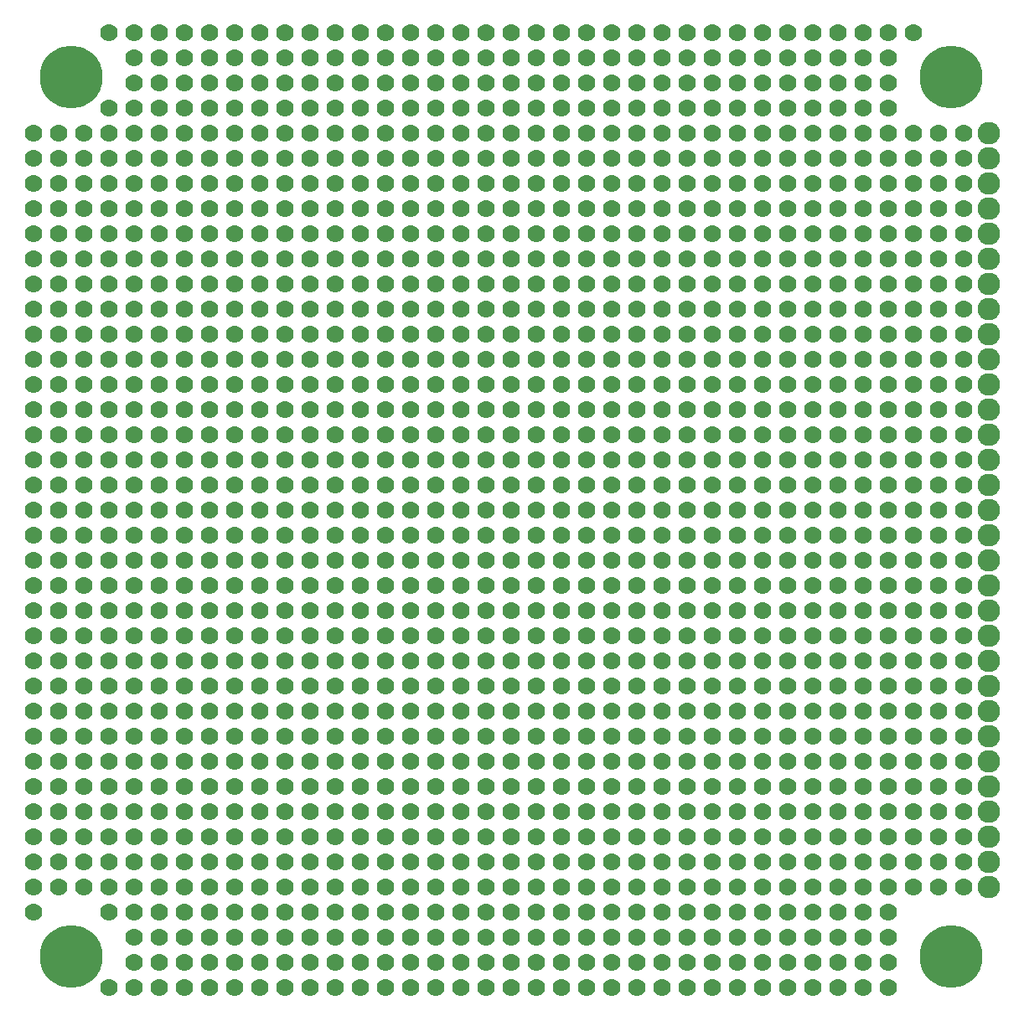
<source format=gbr>
%TF.GenerationSoftware,KiCad,Pcbnew,(6.0.1)*%
%TF.CreationDate,2023-02-05T21:43:02-08:00*%
%TF.ProjectId,Main-PcbDoc,4d61696e-2d50-4636-9244-6f632e6b6963,rev?*%
%TF.SameCoordinates,Original*%
%TF.FileFunction,Copper,L1,Top*%
%TF.FilePolarity,Positive*%
%FSLAX46Y46*%
G04 Gerber Fmt 4.6, Leading zero omitted, Abs format (unit mm)*
G04 Created by KiCad (PCBNEW (6.0.1)) date 2023-02-05 21:43:02*
%MOMM*%
%LPD*%
G01*
G04 APERTURE LIST*
%TA.AperFunction,ComponentPad*%
%ADD10C,1.778000*%
%TD*%
%TA.AperFunction,ComponentPad*%
%ADD11C,2.286000*%
%TD*%
%TA.AperFunction,ComponentPad*%
%ADD12C,6.350000*%
%TD*%
G04 APERTURE END LIST*
D10*
%TO.P,,0*%
%TO.N,N/C*%
X31750000Y41910000D03*
%TO.P,,1*%
X31750000Y39370000D03*
%TO.P,,19*%
X26670000Y41910000D03*
%TO.P,,20*%
X29210000Y41910000D03*
%TO.P,,21*%
X26670000Y39370000D03*
%TO.P,,22*%
X26670000Y36830000D03*
%TO.P,,23*%
X29210000Y39370000D03*
%TO.P,,0*%
X31750000Y49530000D03*
%TO.P,,1*%
X31750000Y46990000D03*
%TO.P,,19*%
X26670000Y49530000D03*
%TO.P,,20*%
X29210000Y49530000D03*
%TO.P,,21*%
X26670000Y46990000D03*
%TO.P,,22*%
X26670000Y44450000D03*
%TO.P,,23*%
X29210000Y46990000D03*
%TO.P,,24*%
X29210000Y44450000D03*
%TO.P,,25*%
X31750000Y44450000D03*
%TO.P,,0*%
X31750000Y57150000D03*
%TO.P,,1*%
X31750000Y54610000D03*
%TO.P,,19*%
X26670000Y57150000D03*
%TO.P,,20*%
X29210000Y57150000D03*
%TO.P,,21*%
X26670000Y54610000D03*
%TO.P,,22*%
X26670000Y52070000D03*
%TO.P,,23*%
X29210000Y54610000D03*
%TO.P,,24*%
X29210000Y52070000D03*
%TO.P,,25*%
X31750000Y52070000D03*
%TO.P,,0*%
X31750000Y64770000D03*
%TO.P,,1*%
X31750000Y62230000D03*
%TO.P,,19*%
X26670000Y64770000D03*
%TO.P,,20*%
X29210000Y64770000D03*
%TO.P,,21*%
X26670000Y62230000D03*
%TO.P,,22*%
X26670000Y59690000D03*
%TO.P,,23*%
X29210000Y62230000D03*
%TO.P,,24*%
X29210000Y59690000D03*
%TO.P,,25*%
X31750000Y59690000D03*
%TO.P,,0*%
X31750000Y72390000D03*
%TO.P,,1*%
X31750000Y69850000D03*
%TO.P,,19*%
X26670000Y72390000D03*
%TO.P,,20*%
X29210000Y72390000D03*
%TO.P,,21*%
X26670000Y69850000D03*
%TO.P,,22*%
X26670000Y67310000D03*
%TO.P,,23*%
X29210000Y69850000D03*
%TO.P,,24*%
X29210000Y67310000D03*
%TO.P,,25*%
X31750000Y67310000D03*
%TO.P,,0*%
X31750000Y80010000D03*
%TO.P,,1*%
X31750000Y77470000D03*
%TO.P,,19*%
X26670000Y80010000D03*
%TO.P,,20*%
X29210000Y80010000D03*
%TO.P,,21*%
X26670000Y77470000D03*
%TO.P,,22*%
X26670000Y74930000D03*
%TO.P,,23*%
X29210000Y77470000D03*
%TO.P,,24*%
X29210000Y74930000D03*
%TO.P,,25*%
X31750000Y74930000D03*
X31750000Y82550000D03*
%TO.P,,24*%
X29210000Y82550000D03*
%TO.P,,23*%
X29210000Y85090000D03*
%TO.P,,22*%
X26670000Y82550000D03*
%TO.P,,21*%
X26670000Y85090000D03*
%TO.P,,20*%
X29210000Y87630000D03*
%TO.P,,19*%
X26670000Y87630000D03*
%TO.P,,1*%
X31750000Y85090000D03*
%TO.P,,0*%
X31750000Y87630000D03*
%TO.P,,16*%
X34290000Y29210000D03*
X36830000Y34290000D03*
%TO.P,,17*%
X39370000Y34290000D03*
%TO.P,,18*%
X41910000Y34290000D03*
%TO.P,,19*%
X44450000Y34290000D03*
%TO.P,,20*%
X46990000Y34290000D03*
%TO.P,,21*%
X49530000Y34290000D03*
%TO.P,,22*%
X52070000Y34290000D03*
%TO.P,,15*%
X57150000Y34290000D03*
%TO.P,,14*%
X54610000Y34290000D03*
X54610000Y31750000D03*
%TO.P,,15*%
X57150000Y31750000D03*
%TO.P,,22*%
X52070000Y31750000D03*
%TO.P,,21*%
X49530000Y31750000D03*
%TO.P,,20*%
X46990000Y31750000D03*
%TO.P,,19*%
X44450000Y31750000D03*
%TO.P,,18*%
X41910000Y31750000D03*
%TO.P,,17*%
X39370000Y31750000D03*
%TO.P,,16*%
X36830000Y31750000D03*
%TO.P,,14*%
X54610000Y29210000D03*
%TO.P,,15*%
X57150000Y29210000D03*
%TO.P,,22*%
X52070000Y29210000D03*
%TO.P,,21*%
X49530000Y29210000D03*
%TO.P,,20*%
X46990000Y29210000D03*
%TO.P,,19*%
X44450000Y29210000D03*
%TO.P,,18*%
X41910000Y29210000D03*
%TO.P,,17*%
X39370000Y29210000D03*
%TO.P,,16*%
X36830000Y29210000D03*
%TO.P,,15*%
X34290000Y125730000D03*
%TO.P,,14*%
X57150000Y123190000D03*
%TO.P,,22*%
X54610000Y123190000D03*
%TO.P,,21*%
X52070000Y123190000D03*
%TO.P,,20*%
X49530000Y123190000D03*
%TO.P,,19*%
X46990000Y123190000D03*
%TO.P,,18*%
X44450000Y123190000D03*
%TO.P,,17*%
X41910000Y123190000D03*
%TO.P,,16*%
X39370000Y123190000D03*
%TO.P,,15*%
X36830000Y123190000D03*
X36830000Y125730000D03*
%TO.P,,16*%
X39370000Y125730000D03*
%TO.P,,17*%
X41910000Y125730000D03*
%TO.P,,18*%
X44450000Y125730000D03*
%TO.P,,19*%
X46990000Y125730000D03*
%TO.P,,20*%
X49530000Y125730000D03*
%TO.P,,21*%
X52070000Y125730000D03*
%TO.P,,22*%
X54610000Y125730000D03*
%TO.P,,14*%
X57150000Y125730000D03*
%TO.P,,15*%
X36830000Y120650000D03*
%TO.P,,16*%
X39370000Y120650000D03*
%TO.P,,17*%
X41910000Y120650000D03*
%TO.P,,18*%
X44450000Y120650000D03*
%TO.P,,19*%
X46990000Y120650000D03*
%TO.P,,20*%
X49530000Y120650000D03*
%TO.P,,21*%
X52070000Y120650000D03*
%TO.P,,22*%
X54610000Y120650000D03*
%TO.P,,14*%
X57150000Y120650000D03*
X102870000Y120650000D03*
%TO.P,,15*%
X105410000Y120650000D03*
%TO.P,,16*%
X107950000Y120650000D03*
%TO.P,,17*%
X110490000Y120650000D03*
%TO.P,,18*%
X113030000Y120650000D03*
%TO.P,,14*%
X80010000Y120650000D03*
%TO.P,,15*%
X82550000Y120650000D03*
%TO.P,,16*%
X85090000Y120650000D03*
%TO.P,,17*%
X87630000Y120650000D03*
%TO.P,,18*%
X90170000Y120650000D03*
%TO.P,,19*%
X92710000Y120650000D03*
%TO.P,,20*%
X95250000Y120650000D03*
%TO.P,,21*%
X97790000Y120650000D03*
%TO.P,,22*%
X100330000Y120650000D03*
X77470000Y120650000D03*
%TO.P,,21*%
X74930000Y120650000D03*
%TO.P,,20*%
X72390000Y120650000D03*
%TO.P,,19*%
X69850000Y120650000D03*
%TO.P,,18*%
X67310000Y120650000D03*
%TO.P,,17*%
X64770000Y120650000D03*
%TO.P,,16*%
X62230000Y120650000D03*
%TO.P,,15*%
X59690000Y120650000D03*
%TO.P,,14*%
X52070000Y87630000D03*
%TO.P,,15*%
X54610000Y87630000D03*
%TO.P,,16*%
X57150000Y87630000D03*
%TO.P,,22*%
X49530000Y87630000D03*
%TO.P,,21*%
X46990000Y87630000D03*
%TO.P,,20*%
X44450000Y87630000D03*
%TO.P,,19*%
X41910000Y87630000D03*
%TO.P,,18*%
X39370000Y87630000D03*
%TO.P,,17*%
X36830000Y87630000D03*
%TO.P,,16*%
X34290000Y87630000D03*
%TO.P,,14*%
X52070000Y85090000D03*
%TO.P,,15*%
X54610000Y85090000D03*
%TO.P,,16*%
X57150000Y85090000D03*
%TO.P,,22*%
X49530000Y85090000D03*
%TO.P,,21*%
X46990000Y85090000D03*
%TO.P,,20*%
X44450000Y85090000D03*
%TO.P,,19*%
X41910000Y85090000D03*
%TO.P,,18*%
X39370000Y85090000D03*
%TO.P,,17*%
X36830000Y85090000D03*
%TO.P,,16*%
X34290000Y85090000D03*
%TO.P,,14*%
X52070000Y69850000D03*
%TO.P,,15*%
X54610000Y69850000D03*
%TO.P,,16*%
X57150000Y69850000D03*
%TO.P,,22*%
X49530000Y69850000D03*
%TO.P,,21*%
X46990000Y69850000D03*
%TO.P,,20*%
X44450000Y69850000D03*
%TO.P,,19*%
X41910000Y69850000D03*
%TO.P,,18*%
X39370000Y69850000D03*
%TO.P,,17*%
X36830000Y69850000D03*
%TO.P,,16*%
X34290000Y69850000D03*
%TO.P,,14*%
X52070000Y67310000D03*
%TO.P,,15*%
X54610000Y67310000D03*
%TO.P,,16*%
X57150000Y67310000D03*
%TO.P,,22*%
X49530000Y67310000D03*
%TO.P,,21*%
X46990000Y67310000D03*
%TO.P,,20*%
X44450000Y67310000D03*
%TO.P,,19*%
X41910000Y67310000D03*
%TO.P,,18*%
X39370000Y67310000D03*
%TO.P,,17*%
X36830000Y67310000D03*
%TO.P,,16*%
X34290000Y67310000D03*
%TO.P,,26*%
X39370000Y72390000D03*
X36830000Y72390000D03*
X34290000Y72390000D03*
%TO.P,,27*%
X39370000Y74930000D03*
%TO.P,,28*%
X39370000Y77470000D03*
%TO.P,,29*%
X39370000Y80010000D03*
%TO.P,,30*%
X39370000Y82550000D03*
%TO.P,,27*%
X36830000Y74930000D03*
%TO.P,,28*%
X36830000Y77470000D03*
%TO.P,,29*%
X36830000Y80010000D03*
%TO.P,,30*%
X36830000Y82550000D03*
%TO.P,,27*%
X34290000Y74930000D03*
%TO.P,,28*%
X34290000Y77470000D03*
%TO.P,,29*%
X34290000Y80010000D03*
%TO.P,,30*%
X34290000Y82550000D03*
%TO.P,,26*%
X39370000Y54610000D03*
X36830000Y54610000D03*
X34290000Y54610000D03*
%TO.P,,27*%
X39370000Y57150000D03*
%TO.P,,28*%
X39370000Y59690000D03*
%TO.P,,29*%
X39370000Y62230000D03*
%TO.P,,30*%
X39370000Y64770000D03*
%TO.P,,27*%
X36830000Y57150000D03*
%TO.P,,28*%
X36830000Y59690000D03*
%TO.P,,29*%
X36830000Y62230000D03*
%TO.P,,30*%
X36830000Y64770000D03*
%TO.P,,27*%
X34290000Y57150000D03*
%TO.P,,28*%
X34290000Y59690000D03*
%TO.P,,29*%
X34290000Y62230000D03*
%TO.P,,30*%
X34290000Y64770000D03*
%TO.P,,26*%
X39370000Y36830000D03*
X36830000Y36830000D03*
X34290000Y36830000D03*
%TO.P,,27*%
X39370000Y39370000D03*
%TO.P,,28*%
X39370000Y41910000D03*
%TO.P,,29*%
X39370000Y44450000D03*
%TO.P,,30*%
X39370000Y46990000D03*
%TO.P,,27*%
X36830000Y39370000D03*
%TO.P,,28*%
X36830000Y41910000D03*
%TO.P,,29*%
X36830000Y44450000D03*
%TO.P,,30*%
X36830000Y46990000D03*
%TO.P,,27*%
X34290000Y39370000D03*
%TO.P,,28*%
X34290000Y41910000D03*
%TO.P,,29*%
X34290000Y44450000D03*
%TO.P,,30*%
X34290000Y46990000D03*
%TO.P,,26*%
X57150000Y36830000D03*
X54610000Y36830000D03*
X52070000Y36830000D03*
X49530000Y36830000D03*
X46990000Y36830000D03*
X44450000Y36830000D03*
X41910000Y36830000D03*
%TO.P,,27*%
X57150000Y39370000D03*
%TO.P,,28*%
X57150000Y41910000D03*
%TO.P,,29*%
X57150000Y44450000D03*
%TO.P,,30*%
X57150000Y46990000D03*
%TO.P,,27*%
X54610000Y39370000D03*
%TO.P,,28*%
X54610000Y41910000D03*
%TO.P,,29*%
X54610000Y44450000D03*
%TO.P,,30*%
X54610000Y46990000D03*
%TO.P,,27*%
X52070000Y39370000D03*
%TO.P,,28*%
X52070000Y41910000D03*
%TO.P,,29*%
X52070000Y44450000D03*
%TO.P,,30*%
X52070000Y46990000D03*
%TO.P,,27*%
X49530000Y39370000D03*
%TO.P,,28*%
X49530000Y41910000D03*
%TO.P,,29*%
X49530000Y44450000D03*
%TO.P,,30*%
X49530000Y46990000D03*
%TO.P,,27*%
X46990000Y39370000D03*
%TO.P,,28*%
X46990000Y41910000D03*
%TO.P,,29*%
X46990000Y44450000D03*
%TO.P,,30*%
X46990000Y46990000D03*
%TO.P,,27*%
X44450000Y39370000D03*
%TO.P,,28*%
X44450000Y41910000D03*
%TO.P,,29*%
X44450000Y44450000D03*
%TO.P,,30*%
X44450000Y46990000D03*
X41910000Y46990000D03*
%TO.P,,29*%
X41910000Y44450000D03*
%TO.P,,28*%
X41910000Y41910000D03*
%TO.P,,27*%
X41910000Y39370000D03*
%TO.P,,26*%
X57150000Y54610000D03*
X54610000Y54610000D03*
X52070000Y54610000D03*
X49530000Y54610000D03*
X46990000Y54610000D03*
X44450000Y54610000D03*
X41910000Y54610000D03*
%TO.P,,27*%
X57150000Y57150000D03*
%TO.P,,28*%
X57150000Y59690000D03*
%TO.P,,29*%
X57150000Y62230000D03*
%TO.P,,30*%
X57150000Y64770000D03*
%TO.P,,27*%
X54610000Y57150000D03*
%TO.P,,28*%
X54610000Y59690000D03*
%TO.P,,29*%
X54610000Y62230000D03*
%TO.P,,30*%
X54610000Y64770000D03*
%TO.P,,27*%
X52070000Y57150000D03*
%TO.P,,28*%
X52070000Y59690000D03*
%TO.P,,29*%
X52070000Y62230000D03*
%TO.P,,30*%
X52070000Y64770000D03*
%TO.P,,27*%
X49530000Y57150000D03*
%TO.P,,28*%
X49530000Y59690000D03*
%TO.P,,29*%
X49530000Y62230000D03*
%TO.P,,30*%
X49530000Y64770000D03*
%TO.P,,27*%
X46990000Y57150000D03*
%TO.P,,28*%
X46990000Y59690000D03*
%TO.P,,29*%
X46990000Y62230000D03*
%TO.P,,30*%
X46990000Y64770000D03*
%TO.P,,27*%
X44450000Y57150000D03*
%TO.P,,28*%
X44450000Y59690000D03*
%TO.P,,29*%
X44450000Y62230000D03*
%TO.P,,30*%
X44450000Y64770000D03*
X41910000Y64770000D03*
%TO.P,,29*%
X41910000Y62230000D03*
%TO.P,,28*%
X41910000Y59690000D03*
%TO.P,,27*%
X41910000Y57150000D03*
%TO.P,,26*%
X57150000Y72390000D03*
X54610000Y72390000D03*
X52070000Y72390000D03*
X49530000Y72390000D03*
X46990000Y72390000D03*
X44450000Y72390000D03*
X41910000Y72390000D03*
%TO.P,,27*%
X57150000Y74930000D03*
%TO.P,,28*%
X57150000Y77470000D03*
%TO.P,,29*%
X57150000Y80010000D03*
%TO.P,,30*%
X57150000Y82550000D03*
%TO.P,,27*%
X54610000Y74930000D03*
%TO.P,,28*%
X54610000Y77470000D03*
%TO.P,,29*%
X54610000Y80010000D03*
%TO.P,,30*%
X54610000Y82550000D03*
%TO.P,,27*%
X52070000Y74930000D03*
%TO.P,,28*%
X52070000Y77470000D03*
%TO.P,,29*%
X52070000Y80010000D03*
%TO.P,,30*%
X52070000Y82550000D03*
%TO.P,,27*%
X49530000Y74930000D03*
%TO.P,,28*%
X49530000Y77470000D03*
%TO.P,,29*%
X49530000Y80010000D03*
%TO.P,,30*%
X49530000Y82550000D03*
%TO.P,,27*%
X46990000Y74930000D03*
%TO.P,,28*%
X46990000Y77470000D03*
%TO.P,,29*%
X46990000Y80010000D03*
%TO.P,,30*%
X46990000Y82550000D03*
%TO.P,,27*%
X44450000Y74930000D03*
%TO.P,,28*%
X44450000Y77470000D03*
%TO.P,,29*%
X44450000Y80010000D03*
%TO.P,,30*%
X44450000Y82550000D03*
X41910000Y82550000D03*
%TO.P,,29*%
X41910000Y80010000D03*
%TO.P,,28*%
X41910000Y77470000D03*
%TO.P,,27*%
X41910000Y74930000D03*
%TO.P,,26*%
X57150000Y90170000D03*
X54610000Y90170000D03*
X52070000Y90170000D03*
X49530000Y90170000D03*
X46990000Y90170000D03*
X44450000Y90170000D03*
%TO.P,,27*%
X57150000Y92710000D03*
%TO.P,,28*%
X57150000Y95250000D03*
%TO.P,,29*%
X57150000Y97790000D03*
%TO.P,,30*%
X57150000Y100330000D03*
%TO.P,,27*%
X54610000Y92710000D03*
%TO.P,,28*%
X54610000Y95250000D03*
%TO.P,,29*%
X54610000Y97790000D03*
%TO.P,,30*%
X54610000Y100330000D03*
%TO.P,,27*%
X52070000Y92710000D03*
%TO.P,,28*%
X52070000Y95250000D03*
%TO.P,,29*%
X52070000Y97790000D03*
%TO.P,,30*%
X52070000Y100330000D03*
%TO.P,,27*%
X49530000Y92710000D03*
%TO.P,,28*%
X49530000Y95250000D03*
%TO.P,,29*%
X49530000Y97790000D03*
%TO.P,,30*%
X49530000Y100330000D03*
%TO.P,,27*%
X46990000Y92710000D03*
%TO.P,,28*%
X46990000Y95250000D03*
%TO.P,,29*%
X46990000Y97790000D03*
%TO.P,,30*%
X46990000Y100330000D03*
%TO.P,,27*%
X44450000Y92710000D03*
%TO.P,,28*%
X44450000Y95250000D03*
%TO.P,,29*%
X44450000Y97790000D03*
%TO.P,,30*%
X44450000Y100330000D03*
%TO.P,,26*%
X57150000Y107950000D03*
X54610000Y107950000D03*
X52070000Y107950000D03*
X49530000Y107950000D03*
X46990000Y107950000D03*
X44450000Y107950000D03*
%TO.P,,27*%
X57150000Y110490000D03*
%TO.P,,28*%
X57150000Y113030000D03*
%TO.P,,29*%
X57150000Y115570000D03*
%TO.P,,30*%
X57150000Y118110000D03*
%TO.P,,27*%
X54610000Y110490000D03*
%TO.P,,28*%
X54610000Y113030000D03*
%TO.P,,29*%
X54610000Y115570000D03*
%TO.P,,30*%
X54610000Y118110000D03*
%TO.P,,27*%
X52070000Y110490000D03*
%TO.P,,28*%
X52070000Y113030000D03*
%TO.P,,29*%
X52070000Y115570000D03*
%TO.P,,30*%
X52070000Y118110000D03*
%TO.P,,27*%
X49530000Y110490000D03*
%TO.P,,28*%
X49530000Y113030000D03*
%TO.P,,29*%
X49530000Y115570000D03*
%TO.P,,30*%
X49530000Y118110000D03*
%TO.P,,27*%
X46990000Y110490000D03*
%TO.P,,28*%
X46990000Y113030000D03*
%TO.P,,29*%
X46990000Y115570000D03*
%TO.P,,30*%
X46990000Y118110000D03*
%TO.P,,27*%
X44450000Y110490000D03*
%TO.P,,28*%
X44450000Y113030000D03*
%TO.P,,29*%
X44450000Y115570000D03*
%TO.P,,30*%
X44450000Y118110000D03*
D11*
%TO.P,,36*%
X123190000Y39370000D03*
D10*
%TO.P,,35*%
X120650000Y39370000D03*
%TO.P,,34*%
X118110000Y39370000D03*
X118110000Y41910000D03*
%TO.P,,35*%
X120650000Y41910000D03*
D11*
%TO.P,,36*%
X123190000Y41910000D03*
D10*
%TO.P,,34*%
X118110000Y44450000D03*
%TO.P,,35*%
X120650000Y44450000D03*
D11*
%TO.P,,36*%
X123190000Y44450000D03*
D10*
%TO.P,,34*%
X118110000Y46990000D03*
%TO.P,,35*%
X120650000Y46990000D03*
D11*
%TO.P,,36*%
X123190000Y46990000D03*
D10*
%TO.P,,16*%
X59690000Y29210000D03*
%TO.P,,17*%
X62230000Y29210000D03*
%TO.P,,18*%
X64770000Y29210000D03*
%TO.P,,19*%
X67310000Y29210000D03*
%TO.P,,20*%
X69850000Y29210000D03*
%TO.P,,21*%
X72390000Y29210000D03*
%TO.P,,22*%
X74930000Y29210000D03*
X97790000Y29210000D03*
%TO.P,,21*%
X95250000Y29210000D03*
%TO.P,,20*%
X92710000Y29210000D03*
%TO.P,,19*%
X90170000Y29210000D03*
%TO.P,,18*%
X87630000Y29210000D03*
%TO.P,,17*%
X85090000Y29210000D03*
%TO.P,,16*%
X82550000Y29210000D03*
%TO.P,,15*%
X80010000Y29210000D03*
%TO.P,,14*%
X77470000Y29210000D03*
%TO.P,,19*%
X113030000Y29210000D03*
%TO.P,,18*%
X110490000Y29210000D03*
%TO.P,,17*%
X107950000Y29210000D03*
%TO.P,,16*%
X105410000Y29210000D03*
%TO.P,,15*%
X102870000Y29210000D03*
%TO.P,,14*%
X100330000Y29210000D03*
%TO.P,,16*%
X59690000Y31750000D03*
%TO.P,,17*%
X62230000Y31750000D03*
%TO.P,,18*%
X64770000Y31750000D03*
%TO.P,,19*%
X67310000Y31750000D03*
%TO.P,,20*%
X69850000Y31750000D03*
%TO.P,,21*%
X72390000Y31750000D03*
%TO.P,,22*%
X74930000Y31750000D03*
X97790000Y31750000D03*
%TO.P,,21*%
X95250000Y31750000D03*
%TO.P,,20*%
X92710000Y31750000D03*
%TO.P,,19*%
X90170000Y31750000D03*
%TO.P,,18*%
X87630000Y31750000D03*
%TO.P,,17*%
X85090000Y31750000D03*
%TO.P,,16*%
X82550000Y31750000D03*
%TO.P,,15*%
X80010000Y31750000D03*
%TO.P,,14*%
X77470000Y31750000D03*
%TO.P,,19*%
X113030000Y31750000D03*
%TO.P,,18*%
X110490000Y31750000D03*
%TO.P,,17*%
X107950000Y31750000D03*
%TO.P,,16*%
X105410000Y31750000D03*
%TO.P,,15*%
X102870000Y31750000D03*
%TO.P,,14*%
X100330000Y31750000D03*
%TO.P,,26*%
X113030000Y72390000D03*
%TO.P,,27*%
X113030000Y74930000D03*
%TO.P,,28*%
X113030000Y77470000D03*
%TO.P,,29*%
X113030000Y80010000D03*
%TO.P,,30*%
X113030000Y82550000D03*
%TO.P,,26*%
X110490000Y72390000D03*
%TO.P,,27*%
X110490000Y74930000D03*
%TO.P,,28*%
X110490000Y77470000D03*
%TO.P,,29*%
X110490000Y80010000D03*
%TO.P,,30*%
X110490000Y82550000D03*
%TO.P,,26*%
X107950000Y72390000D03*
%TO.P,,27*%
X107950000Y74930000D03*
%TO.P,,28*%
X107950000Y77470000D03*
%TO.P,,29*%
X107950000Y80010000D03*
%TO.P,,30*%
X107950000Y82550000D03*
%TO.P,,26*%
X105410000Y72390000D03*
%TO.P,,27*%
X105410000Y74930000D03*
%TO.P,,28*%
X105410000Y77470000D03*
%TO.P,,29*%
X105410000Y80010000D03*
%TO.P,,30*%
X105410000Y82550000D03*
%TO.P,,26*%
X102870000Y72390000D03*
%TO.P,,27*%
X102870000Y74930000D03*
%TO.P,,28*%
X102870000Y77470000D03*
%TO.P,,29*%
X102870000Y80010000D03*
%TO.P,,30*%
X102870000Y82550000D03*
%TO.P,,26*%
X100330000Y72390000D03*
%TO.P,,27*%
X100330000Y74930000D03*
%TO.P,,28*%
X100330000Y77470000D03*
%TO.P,,29*%
X100330000Y80010000D03*
%TO.P,,30*%
X100330000Y82550000D03*
%TO.P,,26*%
X97790000Y72390000D03*
%TO.P,,27*%
X97790000Y74930000D03*
%TO.P,,28*%
X97790000Y77470000D03*
%TO.P,,29*%
X97790000Y80010000D03*
%TO.P,,30*%
X97790000Y82550000D03*
%TO.P,,26*%
X95250000Y72390000D03*
%TO.P,,27*%
X95250000Y74930000D03*
%TO.P,,28*%
X95250000Y77470000D03*
%TO.P,,29*%
X95250000Y80010000D03*
%TO.P,,30*%
X95250000Y82550000D03*
%TO.P,,26*%
X92710000Y72390000D03*
%TO.P,,27*%
X92710000Y74930000D03*
%TO.P,,28*%
X92710000Y77470000D03*
%TO.P,,29*%
X92710000Y80010000D03*
%TO.P,,30*%
X92710000Y82550000D03*
%TO.P,,26*%
X90170000Y72390000D03*
%TO.P,,27*%
X90170000Y74930000D03*
%TO.P,,28*%
X90170000Y77470000D03*
%TO.P,,29*%
X90170000Y80010000D03*
%TO.P,,30*%
X90170000Y82550000D03*
%TO.P,,26*%
X87630000Y72390000D03*
%TO.P,,27*%
X87630000Y74930000D03*
%TO.P,,28*%
X87630000Y77470000D03*
%TO.P,,29*%
X87630000Y80010000D03*
%TO.P,,30*%
X87630000Y82550000D03*
%TO.P,,26*%
X85090000Y72390000D03*
%TO.P,,27*%
X85090000Y74930000D03*
%TO.P,,28*%
X85090000Y77470000D03*
%TO.P,,29*%
X85090000Y80010000D03*
%TO.P,,30*%
X85090000Y82550000D03*
%TO.P,,26*%
X82550000Y72390000D03*
%TO.P,,27*%
X82550000Y74930000D03*
%TO.P,,28*%
X82550000Y77470000D03*
%TO.P,,29*%
X82550000Y80010000D03*
%TO.P,,30*%
X82550000Y82550000D03*
%TO.P,,26*%
X80010000Y72390000D03*
%TO.P,,27*%
X80010000Y74930000D03*
%TO.P,,28*%
X80010000Y77470000D03*
%TO.P,,29*%
X80010000Y80010000D03*
%TO.P,,30*%
X80010000Y82550000D03*
%TO.P,,26*%
X77470000Y72390000D03*
%TO.P,,27*%
X77470000Y74930000D03*
%TO.P,,28*%
X77470000Y77470000D03*
%TO.P,,29*%
X77470000Y80010000D03*
%TO.P,,30*%
X77470000Y82550000D03*
%TO.P,,26*%
X74930000Y72390000D03*
%TO.P,,27*%
X74930000Y74930000D03*
%TO.P,,28*%
X74930000Y77470000D03*
%TO.P,,29*%
X74930000Y80010000D03*
%TO.P,,30*%
X74930000Y82550000D03*
%TO.P,,26*%
X72390000Y72390000D03*
%TO.P,,27*%
X72390000Y74930000D03*
%TO.P,,28*%
X72390000Y77470000D03*
%TO.P,,29*%
X72390000Y80010000D03*
%TO.P,,30*%
X72390000Y82550000D03*
%TO.P,,26*%
X69850000Y72390000D03*
%TO.P,,27*%
X69850000Y74930000D03*
%TO.P,,28*%
X69850000Y77470000D03*
%TO.P,,29*%
X69850000Y80010000D03*
%TO.P,,30*%
X69850000Y82550000D03*
%TO.P,,26*%
X67310000Y72390000D03*
%TO.P,,27*%
X67310000Y74930000D03*
%TO.P,,28*%
X67310000Y77470000D03*
%TO.P,,29*%
X67310000Y80010000D03*
%TO.P,,30*%
X67310000Y82550000D03*
%TO.P,,26*%
X64770000Y72390000D03*
%TO.P,,27*%
X64770000Y74930000D03*
%TO.P,,28*%
X64770000Y77470000D03*
%TO.P,,29*%
X64770000Y80010000D03*
%TO.P,,30*%
X64770000Y82550000D03*
%TO.P,,26*%
X62230000Y72390000D03*
%TO.P,,27*%
X62230000Y74930000D03*
%TO.P,,28*%
X62230000Y77470000D03*
%TO.P,,29*%
X62230000Y80010000D03*
%TO.P,,30*%
X62230000Y82550000D03*
X59690000Y82550000D03*
%TO.P,,29*%
X59690000Y80010000D03*
%TO.P,,28*%
X59690000Y77470000D03*
%TO.P,,27*%
X59690000Y74930000D03*
%TO.P,,26*%
X59690000Y72390000D03*
D11*
%TO.P,,36*%
X123190000Y54610000D03*
D10*
%TO.P,,35*%
X120650000Y54610000D03*
%TO.P,,34*%
X118110000Y54610000D03*
D11*
%TO.P,,36*%
X123190000Y52070000D03*
D10*
%TO.P,,35*%
X120650000Y52070000D03*
%TO.P,,34*%
X118110000Y52070000D03*
D11*
%TO.P,,36*%
X123190000Y49530000D03*
D10*
%TO.P,,35*%
X120650000Y49530000D03*
%TO.P,,34*%
X118110000Y49530000D03*
D11*
%TO.P,,36*%
X123190000Y64770000D03*
D10*
%TO.P,,35*%
X120650000Y64770000D03*
%TO.P,,34*%
X118110000Y64770000D03*
D11*
%TO.P,,36*%
X123190000Y62230000D03*
D10*
%TO.P,,35*%
X120650000Y62230000D03*
%TO.P,,34*%
X118110000Y62230000D03*
D11*
%TO.P,,36*%
X123190000Y59690000D03*
D10*
%TO.P,,35*%
X120650000Y59690000D03*
%TO.P,,34*%
X118110000Y59690000D03*
D11*
%TO.P,,36*%
X123190000Y57150000D03*
D10*
%TO.P,,35*%
X120650000Y57150000D03*
%TO.P,,34*%
X118110000Y57150000D03*
D11*
%TO.P,,36*%
X123190000Y74930000D03*
D10*
%TO.P,,35*%
X120650000Y74930000D03*
%TO.P,,34*%
X118110000Y74930000D03*
D11*
%TO.P,,36*%
X123190000Y72390000D03*
D10*
%TO.P,,35*%
X120650000Y72390000D03*
%TO.P,,34*%
X118110000Y72390000D03*
D11*
%TO.P,,36*%
X123190000Y69850000D03*
D10*
%TO.P,,35*%
X120650000Y69850000D03*
%TO.P,,34*%
X118110000Y69850000D03*
D11*
%TO.P,,36*%
X123190000Y67310000D03*
D10*
%TO.P,,35*%
X120650000Y67310000D03*
%TO.P,,34*%
X118110000Y67310000D03*
D11*
%TO.P,,36*%
X123190000Y85090000D03*
D10*
%TO.P,,35*%
X120650000Y85090000D03*
%TO.P,,34*%
X118110000Y85090000D03*
D11*
%TO.P,,36*%
X123190000Y82550000D03*
D10*
%TO.P,,35*%
X120650000Y82550000D03*
%TO.P,,34*%
X118110000Y82550000D03*
D11*
%TO.P,,36*%
X123190000Y80010000D03*
D10*
%TO.P,,35*%
X120650000Y80010000D03*
%TO.P,,34*%
X118110000Y80010000D03*
D11*
%TO.P,,36*%
X123190000Y77470000D03*
D10*
%TO.P,,35*%
X120650000Y77470000D03*
%TO.P,,34*%
X118110000Y77470000D03*
D11*
%TO.P,,36*%
X123190000Y95250000D03*
D10*
%TO.P,,35*%
X120650000Y95250000D03*
%TO.P,,34*%
X118110000Y95250000D03*
D11*
%TO.P,,36*%
X123190000Y92710000D03*
D10*
%TO.P,,35*%
X120650000Y92710000D03*
%TO.P,,34*%
X118110000Y92710000D03*
D11*
%TO.P,,36*%
X123190000Y90170000D03*
D10*
%TO.P,,35*%
X120650000Y90170000D03*
%TO.P,,34*%
X118110000Y90170000D03*
D11*
%TO.P,,36*%
X123190000Y87630000D03*
D10*
%TO.P,,35*%
X120650000Y87630000D03*
%TO.P,,34*%
X118110000Y87630000D03*
X118110000Y97790000D03*
%TO.P,,35*%
X120650000Y97790000D03*
D11*
%TO.P,,36*%
X123190000Y97790000D03*
D10*
%TO.P,,34*%
X118110000Y100330000D03*
%TO.P,,35*%
X120650000Y100330000D03*
D11*
%TO.P,,36*%
X123190000Y100330000D03*
D10*
%TO.P,,34*%
X118110000Y102870000D03*
%TO.P,,35*%
X120650000Y102870000D03*
D11*
%TO.P,,36*%
X123190000Y102870000D03*
D10*
%TO.P,,34*%
X118110000Y105410000D03*
%TO.P,,35*%
X120650000Y105410000D03*
D11*
%TO.P,,36*%
X123190000Y105410000D03*
D10*
%TO.P,,34*%
X118110000Y107950000D03*
%TO.P,,35*%
X120650000Y107950000D03*
D11*
%TO.P,,36*%
X123190000Y107950000D03*
D10*
%TO.P,,34*%
X118110000Y110490000D03*
%TO.P,,35*%
X120650000Y110490000D03*
D11*
%TO.P,,36*%
X123190000Y110490000D03*
D10*
%TO.P,,34*%
X118110000Y113030000D03*
%TO.P,,35*%
X120650000Y113030000D03*
D11*
%TO.P,,36*%
X123190000Y113030000D03*
X123190000Y115570000D03*
D10*
%TO.P,,35*%
X120650000Y115570000D03*
%TO.P,,34*%
X118110000Y115570000D03*
%TO.P,,27*%
X59690000Y110490000D03*
%TO.P,,28*%
X59690000Y113030000D03*
%TO.P,,29*%
X59690000Y115570000D03*
%TO.P,,30*%
X59690000Y118110000D03*
X62230000Y118110000D03*
%TO.P,,29*%
X62230000Y115570000D03*
%TO.P,,28*%
X62230000Y113030000D03*
%TO.P,,27*%
X62230000Y110490000D03*
%TO.P,,30*%
X64770000Y118110000D03*
%TO.P,,29*%
X64770000Y115570000D03*
%TO.P,,28*%
X64770000Y113030000D03*
%TO.P,,27*%
X64770000Y110490000D03*
%TO.P,,30*%
X67310000Y118110000D03*
%TO.P,,29*%
X67310000Y115570000D03*
%TO.P,,28*%
X67310000Y113030000D03*
%TO.P,,27*%
X67310000Y110490000D03*
%TO.P,,30*%
X69850000Y118110000D03*
%TO.P,,29*%
X69850000Y115570000D03*
%TO.P,,28*%
X69850000Y113030000D03*
%TO.P,,27*%
X69850000Y110490000D03*
%TO.P,,30*%
X72390000Y118110000D03*
%TO.P,,29*%
X72390000Y115570000D03*
%TO.P,,28*%
X72390000Y113030000D03*
%TO.P,,27*%
X72390000Y110490000D03*
%TO.P,,30*%
X74930000Y118110000D03*
%TO.P,,29*%
X74930000Y115570000D03*
%TO.P,,28*%
X74930000Y113030000D03*
%TO.P,,27*%
X74930000Y110490000D03*
%TO.P,,30*%
X77470000Y118110000D03*
%TO.P,,29*%
X77470000Y115570000D03*
%TO.P,,28*%
X77470000Y113030000D03*
%TO.P,,27*%
X77470000Y110490000D03*
%TO.P,,30*%
X80010000Y118110000D03*
%TO.P,,29*%
X80010000Y115570000D03*
%TO.P,,28*%
X80010000Y113030000D03*
%TO.P,,27*%
X80010000Y110490000D03*
%TO.P,,30*%
X82550000Y118110000D03*
%TO.P,,29*%
X82550000Y115570000D03*
%TO.P,,28*%
X82550000Y113030000D03*
%TO.P,,27*%
X82550000Y110490000D03*
%TO.P,,30*%
X85090000Y118110000D03*
%TO.P,,29*%
X85090000Y115570000D03*
%TO.P,,28*%
X85090000Y113030000D03*
%TO.P,,27*%
X85090000Y110490000D03*
%TO.P,,30*%
X87630000Y118110000D03*
%TO.P,,29*%
X87630000Y115570000D03*
%TO.P,,28*%
X87630000Y113030000D03*
%TO.P,,27*%
X87630000Y110490000D03*
%TO.P,,30*%
X90170000Y118110000D03*
%TO.P,,29*%
X90170000Y115570000D03*
%TO.P,,28*%
X90170000Y113030000D03*
%TO.P,,27*%
X90170000Y110490000D03*
%TO.P,,30*%
X92710000Y118110000D03*
%TO.P,,29*%
X92710000Y115570000D03*
%TO.P,,28*%
X92710000Y113030000D03*
%TO.P,,27*%
X92710000Y110490000D03*
%TO.P,,30*%
X95250000Y118110000D03*
%TO.P,,29*%
X95250000Y115570000D03*
%TO.P,,28*%
X95250000Y113030000D03*
%TO.P,,27*%
X95250000Y110490000D03*
%TO.P,,30*%
X97790000Y118110000D03*
%TO.P,,29*%
X97790000Y115570000D03*
%TO.P,,28*%
X97790000Y113030000D03*
%TO.P,,27*%
X97790000Y110490000D03*
%TO.P,,30*%
X100330000Y118110000D03*
%TO.P,,29*%
X100330000Y115570000D03*
%TO.P,,28*%
X100330000Y113030000D03*
%TO.P,,27*%
X100330000Y110490000D03*
%TO.P,,30*%
X102870000Y118110000D03*
%TO.P,,29*%
X102870000Y115570000D03*
%TO.P,,28*%
X102870000Y113030000D03*
%TO.P,,27*%
X102870000Y110490000D03*
%TO.P,,30*%
X105410000Y118110000D03*
%TO.P,,29*%
X105410000Y115570000D03*
%TO.P,,28*%
X105410000Y113030000D03*
%TO.P,,27*%
X105410000Y110490000D03*
%TO.P,,30*%
X107950000Y118110000D03*
%TO.P,,29*%
X107950000Y115570000D03*
%TO.P,,28*%
X107950000Y113030000D03*
%TO.P,,27*%
X107950000Y110490000D03*
%TO.P,,30*%
X110490000Y118110000D03*
%TO.P,,29*%
X110490000Y115570000D03*
%TO.P,,28*%
X110490000Y113030000D03*
%TO.P,,27*%
X110490000Y110490000D03*
%TO.P,,30*%
X113030000Y118110000D03*
%TO.P,,29*%
X113030000Y115570000D03*
%TO.P,,28*%
X113030000Y113030000D03*
%TO.P,,27*%
X113030000Y110490000D03*
%TO.P,,26*%
X59690000Y107950000D03*
X62230000Y107950000D03*
X64770000Y107950000D03*
X67310000Y107950000D03*
X69850000Y107950000D03*
X72390000Y107950000D03*
X74930000Y107950000D03*
X77470000Y107950000D03*
X80010000Y107950000D03*
X82550000Y107950000D03*
X85090000Y107950000D03*
X87630000Y107950000D03*
X90170000Y107950000D03*
X92710000Y107950000D03*
X95250000Y107950000D03*
X97790000Y107950000D03*
X100330000Y107950000D03*
X102870000Y107950000D03*
X105410000Y107950000D03*
X107950000Y107950000D03*
X110490000Y107950000D03*
X113030000Y107950000D03*
X59690000Y90170000D03*
%TO.P,,27*%
X59690000Y92710000D03*
%TO.P,,28*%
X59690000Y95250000D03*
%TO.P,,29*%
X59690000Y97790000D03*
%TO.P,,30*%
X59690000Y100330000D03*
X62230000Y100330000D03*
%TO.P,,29*%
X62230000Y97790000D03*
%TO.P,,28*%
X62230000Y95250000D03*
%TO.P,,27*%
X62230000Y92710000D03*
%TO.P,,26*%
X62230000Y90170000D03*
%TO.P,,30*%
X64770000Y100330000D03*
%TO.P,,29*%
X64770000Y97790000D03*
%TO.P,,28*%
X64770000Y95250000D03*
%TO.P,,27*%
X64770000Y92710000D03*
%TO.P,,26*%
X64770000Y90170000D03*
%TO.P,,30*%
X67310000Y100330000D03*
%TO.P,,29*%
X67310000Y97790000D03*
%TO.P,,28*%
X67310000Y95250000D03*
%TO.P,,27*%
X67310000Y92710000D03*
%TO.P,,26*%
X67310000Y90170000D03*
%TO.P,,30*%
X69850000Y100330000D03*
%TO.P,,29*%
X69850000Y97790000D03*
%TO.P,,28*%
X69850000Y95250000D03*
%TO.P,,27*%
X69850000Y92710000D03*
%TO.P,,26*%
X69850000Y90170000D03*
%TO.P,,30*%
X72390000Y100330000D03*
%TO.P,,29*%
X72390000Y97790000D03*
%TO.P,,28*%
X72390000Y95250000D03*
%TO.P,,27*%
X72390000Y92710000D03*
%TO.P,,26*%
X72390000Y90170000D03*
%TO.P,,30*%
X74930000Y100330000D03*
%TO.P,,29*%
X74930000Y97790000D03*
%TO.P,,28*%
X74930000Y95250000D03*
%TO.P,,27*%
X74930000Y92710000D03*
%TO.P,,26*%
X74930000Y90170000D03*
%TO.P,,30*%
X77470000Y100330000D03*
%TO.P,,29*%
X77470000Y97790000D03*
%TO.P,,28*%
X77470000Y95250000D03*
%TO.P,,27*%
X77470000Y92710000D03*
%TO.P,,26*%
X77470000Y90170000D03*
%TO.P,,30*%
X80010000Y100330000D03*
%TO.P,,29*%
X80010000Y97790000D03*
%TO.P,,28*%
X80010000Y95250000D03*
%TO.P,,27*%
X80010000Y92710000D03*
%TO.P,,26*%
X80010000Y90170000D03*
%TO.P,,30*%
X82550000Y100330000D03*
%TO.P,,29*%
X82550000Y97790000D03*
%TO.P,,28*%
X82550000Y95250000D03*
%TO.P,,27*%
X82550000Y92710000D03*
%TO.P,,26*%
X82550000Y90170000D03*
%TO.P,,30*%
X85090000Y100330000D03*
%TO.P,,29*%
X85090000Y97790000D03*
%TO.P,,28*%
X85090000Y95250000D03*
%TO.P,,27*%
X85090000Y92710000D03*
%TO.P,,26*%
X85090000Y90170000D03*
%TO.P,,30*%
X87630000Y100330000D03*
%TO.P,,29*%
X87630000Y97790000D03*
%TO.P,,28*%
X87630000Y95250000D03*
%TO.P,,27*%
X87630000Y92710000D03*
%TO.P,,26*%
X87630000Y90170000D03*
%TO.P,,30*%
X90170000Y100330000D03*
%TO.P,,29*%
X90170000Y97790000D03*
%TO.P,,28*%
X90170000Y95250000D03*
%TO.P,,27*%
X90170000Y92710000D03*
%TO.P,,26*%
X90170000Y90170000D03*
%TO.P,,30*%
X92710000Y100330000D03*
%TO.P,,29*%
X92710000Y97790000D03*
%TO.P,,28*%
X92710000Y95250000D03*
%TO.P,,27*%
X92710000Y92710000D03*
%TO.P,,26*%
X92710000Y90170000D03*
%TO.P,,30*%
X95250000Y100330000D03*
%TO.P,,29*%
X95250000Y97790000D03*
%TO.P,,28*%
X95250000Y95250000D03*
%TO.P,,27*%
X95250000Y92710000D03*
%TO.P,,26*%
X95250000Y90170000D03*
%TO.P,,30*%
X97790000Y100330000D03*
%TO.P,,29*%
X97790000Y97790000D03*
%TO.P,,28*%
X97790000Y95250000D03*
%TO.P,,27*%
X97790000Y92710000D03*
%TO.P,,26*%
X97790000Y90170000D03*
%TO.P,,30*%
X100330000Y100330000D03*
%TO.P,,29*%
X100330000Y97790000D03*
%TO.P,,28*%
X100330000Y95250000D03*
%TO.P,,27*%
X100330000Y92710000D03*
%TO.P,,26*%
X100330000Y90170000D03*
%TO.P,,30*%
X102870000Y100330000D03*
%TO.P,,29*%
X102870000Y97790000D03*
%TO.P,,28*%
X102870000Y95250000D03*
%TO.P,,27*%
X102870000Y92710000D03*
%TO.P,,26*%
X102870000Y90170000D03*
%TO.P,,30*%
X105410000Y100330000D03*
%TO.P,,29*%
X105410000Y97790000D03*
%TO.P,,28*%
X105410000Y95250000D03*
%TO.P,,27*%
X105410000Y92710000D03*
%TO.P,,26*%
X105410000Y90170000D03*
%TO.P,,30*%
X107950000Y100330000D03*
%TO.P,,29*%
X107950000Y97790000D03*
%TO.P,,28*%
X107950000Y95250000D03*
%TO.P,,27*%
X107950000Y92710000D03*
%TO.P,,26*%
X107950000Y90170000D03*
%TO.P,,30*%
X110490000Y100330000D03*
%TO.P,,29*%
X110490000Y97790000D03*
%TO.P,,28*%
X110490000Y95250000D03*
%TO.P,,27*%
X110490000Y92710000D03*
%TO.P,,26*%
X110490000Y90170000D03*
%TO.P,,30*%
X113030000Y100330000D03*
%TO.P,,29*%
X113030000Y97790000D03*
%TO.P,,28*%
X113030000Y95250000D03*
%TO.P,,27*%
X113030000Y92710000D03*
%TO.P,,26*%
X113030000Y90170000D03*
%TO.P,,15*%
X59690000Y85090000D03*
%TO.P,,16*%
X62230000Y85090000D03*
%TO.P,,17*%
X64770000Y85090000D03*
%TO.P,,18*%
X67310000Y85090000D03*
%TO.P,,19*%
X69850000Y85090000D03*
%TO.P,,20*%
X72390000Y85090000D03*
%TO.P,,21*%
X74930000Y85090000D03*
%TO.P,,22*%
X77470000Y85090000D03*
X100330000Y85090000D03*
%TO.P,,21*%
X97790000Y85090000D03*
%TO.P,,20*%
X95250000Y85090000D03*
%TO.P,,19*%
X92710000Y85090000D03*
%TO.P,,18*%
X90170000Y85090000D03*
%TO.P,,17*%
X87630000Y85090000D03*
%TO.P,,16*%
X85090000Y85090000D03*
%TO.P,,15*%
X82550000Y85090000D03*
%TO.P,,14*%
X80010000Y85090000D03*
%TO.P,,18*%
X113030000Y85090000D03*
%TO.P,,17*%
X110490000Y85090000D03*
%TO.P,,16*%
X107950000Y85090000D03*
%TO.P,,15*%
X105410000Y85090000D03*
%TO.P,,14*%
X102870000Y85090000D03*
%TO.P,,15*%
X59690000Y87630000D03*
%TO.P,,16*%
X62230000Y87630000D03*
%TO.P,,17*%
X64770000Y87630000D03*
%TO.P,,18*%
X67310000Y87630000D03*
%TO.P,,19*%
X69850000Y87630000D03*
%TO.P,,20*%
X72390000Y87630000D03*
%TO.P,,21*%
X74930000Y87630000D03*
%TO.P,,22*%
X77470000Y87630000D03*
X100330000Y87630000D03*
%TO.P,,21*%
X97790000Y87630000D03*
%TO.P,,20*%
X95250000Y87630000D03*
%TO.P,,19*%
X92710000Y87630000D03*
%TO.P,,18*%
X90170000Y87630000D03*
%TO.P,,17*%
X87630000Y87630000D03*
%TO.P,,16*%
X85090000Y87630000D03*
%TO.P,,15*%
X82550000Y87630000D03*
%TO.P,,14*%
X80010000Y87630000D03*
%TO.P,,18*%
X113030000Y87630000D03*
%TO.P,,17*%
X110490000Y87630000D03*
%TO.P,,16*%
X107950000Y87630000D03*
%TO.P,,15*%
X105410000Y87630000D03*
%TO.P,,14*%
X102870000Y87630000D03*
%TO.P,,26*%
X59690000Y54610000D03*
%TO.P,,27*%
X59690000Y57150000D03*
%TO.P,,28*%
X59690000Y59690000D03*
%TO.P,,29*%
X59690000Y62230000D03*
%TO.P,,30*%
X59690000Y64770000D03*
X62230000Y64770000D03*
%TO.P,,29*%
X62230000Y62230000D03*
%TO.P,,28*%
X62230000Y59690000D03*
%TO.P,,27*%
X62230000Y57150000D03*
%TO.P,,26*%
X62230000Y54610000D03*
%TO.P,,30*%
X64770000Y64770000D03*
%TO.P,,29*%
X64770000Y62230000D03*
%TO.P,,28*%
X64770000Y59690000D03*
%TO.P,,27*%
X64770000Y57150000D03*
%TO.P,,26*%
X64770000Y54610000D03*
%TO.P,,30*%
X67310000Y64770000D03*
%TO.P,,29*%
X67310000Y62230000D03*
%TO.P,,28*%
X67310000Y59690000D03*
%TO.P,,27*%
X67310000Y57150000D03*
%TO.P,,26*%
X67310000Y54610000D03*
%TO.P,,30*%
X69850000Y64770000D03*
%TO.P,,29*%
X69850000Y62230000D03*
%TO.P,,28*%
X69850000Y59690000D03*
%TO.P,,27*%
X69850000Y57150000D03*
%TO.P,,26*%
X69850000Y54610000D03*
%TO.P,,30*%
X72390000Y64770000D03*
%TO.P,,29*%
X72390000Y62230000D03*
%TO.P,,28*%
X72390000Y59690000D03*
%TO.P,,27*%
X72390000Y57150000D03*
%TO.P,,26*%
X72390000Y54610000D03*
%TO.P,,30*%
X74930000Y64770000D03*
%TO.P,,29*%
X74930000Y62230000D03*
%TO.P,,28*%
X74930000Y59690000D03*
%TO.P,,27*%
X74930000Y57150000D03*
%TO.P,,26*%
X74930000Y54610000D03*
%TO.P,,30*%
X77470000Y64770000D03*
%TO.P,,29*%
X77470000Y62230000D03*
%TO.P,,28*%
X77470000Y59690000D03*
%TO.P,,27*%
X77470000Y57150000D03*
%TO.P,,26*%
X77470000Y54610000D03*
%TO.P,,30*%
X80010000Y64770000D03*
%TO.P,,29*%
X80010000Y62230000D03*
%TO.P,,28*%
X80010000Y59690000D03*
%TO.P,,27*%
X80010000Y57150000D03*
%TO.P,,26*%
X80010000Y54610000D03*
%TO.P,,30*%
X82550000Y64770000D03*
%TO.P,,29*%
X82550000Y62230000D03*
%TO.P,,28*%
X82550000Y59690000D03*
%TO.P,,27*%
X82550000Y57150000D03*
%TO.P,,26*%
X82550000Y54610000D03*
%TO.P,,30*%
X85090000Y64770000D03*
%TO.P,,29*%
X85090000Y62230000D03*
%TO.P,,28*%
X85090000Y59690000D03*
%TO.P,,27*%
X85090000Y57150000D03*
%TO.P,,26*%
X85090000Y54610000D03*
%TO.P,,30*%
X87630000Y64770000D03*
%TO.P,,29*%
X87630000Y62230000D03*
%TO.P,,28*%
X87630000Y59690000D03*
%TO.P,,27*%
X87630000Y57150000D03*
%TO.P,,26*%
X87630000Y54610000D03*
%TO.P,,30*%
X90170000Y64770000D03*
%TO.P,,29*%
X90170000Y62230000D03*
%TO.P,,28*%
X90170000Y59690000D03*
%TO.P,,27*%
X90170000Y57150000D03*
%TO.P,,26*%
X90170000Y54610000D03*
%TO.P,,30*%
X92710000Y64770000D03*
%TO.P,,29*%
X92710000Y62230000D03*
%TO.P,,28*%
X92710000Y59690000D03*
%TO.P,,27*%
X92710000Y57150000D03*
%TO.P,,26*%
X92710000Y54610000D03*
%TO.P,,30*%
X95250000Y64770000D03*
%TO.P,,29*%
X95250000Y62230000D03*
%TO.P,,28*%
X95250000Y59690000D03*
%TO.P,,27*%
X95250000Y57150000D03*
%TO.P,,26*%
X95250000Y54610000D03*
%TO.P,,30*%
X97790000Y64770000D03*
%TO.P,,29*%
X97790000Y62230000D03*
%TO.P,,28*%
X97790000Y59690000D03*
%TO.P,,27*%
X97790000Y57150000D03*
%TO.P,,26*%
X97790000Y54610000D03*
%TO.P,,30*%
X100330000Y64770000D03*
%TO.P,,29*%
X100330000Y62230000D03*
%TO.P,,28*%
X100330000Y59690000D03*
%TO.P,,27*%
X100330000Y57150000D03*
%TO.P,,26*%
X100330000Y54610000D03*
%TO.P,,30*%
X102870000Y64770000D03*
%TO.P,,29*%
X102870000Y62230000D03*
%TO.P,,28*%
X102870000Y59690000D03*
%TO.P,,27*%
X102870000Y57150000D03*
%TO.P,,26*%
X102870000Y54610000D03*
%TO.P,,30*%
X105410000Y64770000D03*
%TO.P,,29*%
X105410000Y62230000D03*
%TO.P,,28*%
X105410000Y59690000D03*
%TO.P,,27*%
X105410000Y57150000D03*
%TO.P,,26*%
X105410000Y54610000D03*
%TO.P,,30*%
X107950000Y64770000D03*
%TO.P,,29*%
X107950000Y62230000D03*
%TO.P,,28*%
X107950000Y59690000D03*
%TO.P,,27*%
X107950000Y57150000D03*
%TO.P,,26*%
X107950000Y54610000D03*
%TO.P,,30*%
X110490000Y64770000D03*
%TO.P,,29*%
X110490000Y62230000D03*
%TO.P,,28*%
X110490000Y59690000D03*
%TO.P,,27*%
X110490000Y57150000D03*
%TO.P,,26*%
X110490000Y54610000D03*
%TO.P,,30*%
X113030000Y64770000D03*
%TO.P,,29*%
X113030000Y62230000D03*
%TO.P,,28*%
X113030000Y59690000D03*
%TO.P,,27*%
X113030000Y57150000D03*
%TO.P,,26*%
X113030000Y54610000D03*
%TO.P,,15*%
X59690000Y67310000D03*
%TO.P,,16*%
X62230000Y67310000D03*
%TO.P,,17*%
X64770000Y67310000D03*
%TO.P,,18*%
X67310000Y67310000D03*
%TO.P,,19*%
X69850000Y67310000D03*
%TO.P,,20*%
X72390000Y67310000D03*
%TO.P,,21*%
X74930000Y67310000D03*
%TO.P,,22*%
X77470000Y67310000D03*
X100330000Y67310000D03*
%TO.P,,21*%
X97790000Y67310000D03*
%TO.P,,20*%
X95250000Y67310000D03*
%TO.P,,19*%
X92710000Y67310000D03*
%TO.P,,18*%
X90170000Y67310000D03*
%TO.P,,17*%
X87630000Y67310000D03*
%TO.P,,16*%
X85090000Y67310000D03*
%TO.P,,15*%
X82550000Y67310000D03*
%TO.P,,14*%
X80010000Y67310000D03*
%TO.P,,18*%
X113030000Y67310000D03*
%TO.P,,17*%
X110490000Y67310000D03*
%TO.P,,16*%
X107950000Y67310000D03*
%TO.P,,15*%
X105410000Y67310000D03*
%TO.P,,14*%
X102870000Y67310000D03*
%TO.P,,15*%
X59690000Y69850000D03*
%TO.P,,16*%
X62230000Y69850000D03*
%TO.P,,17*%
X64770000Y69850000D03*
%TO.P,,18*%
X67310000Y69850000D03*
%TO.P,,19*%
X69850000Y69850000D03*
%TO.P,,20*%
X72390000Y69850000D03*
%TO.P,,21*%
X74930000Y69850000D03*
%TO.P,,22*%
X77470000Y69850000D03*
X100330000Y69850000D03*
%TO.P,,21*%
X97790000Y69850000D03*
%TO.P,,20*%
X95250000Y69850000D03*
%TO.P,,19*%
X92710000Y69850000D03*
%TO.P,,18*%
X90170000Y69850000D03*
%TO.P,,17*%
X87630000Y69850000D03*
%TO.P,,16*%
X85090000Y69850000D03*
%TO.P,,15*%
X82550000Y69850000D03*
%TO.P,,14*%
X80010000Y69850000D03*
%TO.P,,18*%
X113030000Y69850000D03*
%TO.P,,17*%
X110490000Y69850000D03*
%TO.P,,16*%
X107950000Y69850000D03*
%TO.P,,15*%
X105410000Y69850000D03*
%TO.P,,14*%
X102870000Y69850000D03*
%TO.P,,26*%
X113030000Y36830000D03*
%TO.P,,27*%
X113030000Y39370000D03*
%TO.P,,28*%
X113030000Y41910000D03*
%TO.P,,29*%
X113030000Y44450000D03*
%TO.P,,30*%
X113030000Y46990000D03*
%TO.P,,26*%
X110490000Y36830000D03*
%TO.P,,27*%
X110490000Y39370000D03*
%TO.P,,28*%
X110490000Y41910000D03*
%TO.P,,29*%
X110490000Y44450000D03*
%TO.P,,30*%
X110490000Y46990000D03*
%TO.P,,26*%
X107950000Y36830000D03*
%TO.P,,27*%
X107950000Y39370000D03*
%TO.P,,28*%
X107950000Y41910000D03*
%TO.P,,29*%
X107950000Y44450000D03*
%TO.P,,30*%
X107950000Y46990000D03*
%TO.P,,26*%
X105410000Y36830000D03*
%TO.P,,27*%
X105410000Y39370000D03*
%TO.P,,28*%
X105410000Y41910000D03*
%TO.P,,29*%
X105410000Y44450000D03*
%TO.P,,30*%
X105410000Y46990000D03*
%TO.P,,26*%
X102870000Y36830000D03*
%TO.P,,27*%
X102870000Y39370000D03*
%TO.P,,28*%
X102870000Y41910000D03*
%TO.P,,29*%
X102870000Y44450000D03*
%TO.P,,30*%
X102870000Y46990000D03*
%TO.P,,26*%
X100330000Y36830000D03*
%TO.P,,27*%
X100330000Y39370000D03*
%TO.P,,28*%
X100330000Y41910000D03*
%TO.P,,29*%
X100330000Y44450000D03*
%TO.P,,30*%
X100330000Y46990000D03*
%TO.P,,26*%
X97790000Y36830000D03*
%TO.P,,27*%
X97790000Y39370000D03*
%TO.P,,28*%
X97790000Y41910000D03*
%TO.P,,29*%
X97790000Y44450000D03*
%TO.P,,30*%
X97790000Y46990000D03*
%TO.P,,26*%
X95250000Y36830000D03*
%TO.P,,27*%
X95250000Y39370000D03*
%TO.P,,28*%
X95250000Y41910000D03*
%TO.P,,29*%
X95250000Y44450000D03*
%TO.P,,30*%
X95250000Y46990000D03*
%TO.P,,26*%
X92710000Y36830000D03*
%TO.P,,27*%
X92710000Y39370000D03*
%TO.P,,28*%
X92710000Y41910000D03*
%TO.P,,29*%
X92710000Y44450000D03*
%TO.P,,30*%
X92710000Y46990000D03*
%TO.P,,26*%
X90170000Y36830000D03*
%TO.P,,27*%
X90170000Y39370000D03*
%TO.P,,28*%
X90170000Y41910000D03*
%TO.P,,29*%
X90170000Y44450000D03*
%TO.P,,30*%
X90170000Y46990000D03*
%TO.P,,26*%
X87630000Y36830000D03*
%TO.P,,27*%
X87630000Y39370000D03*
%TO.P,,28*%
X87630000Y41910000D03*
%TO.P,,29*%
X87630000Y44450000D03*
%TO.P,,30*%
X87630000Y46990000D03*
%TO.P,,26*%
X85090000Y36830000D03*
%TO.P,,27*%
X85090000Y39370000D03*
%TO.P,,28*%
X85090000Y41910000D03*
%TO.P,,29*%
X85090000Y44450000D03*
%TO.P,,30*%
X85090000Y46990000D03*
%TO.P,,26*%
X82550000Y36830000D03*
%TO.P,,27*%
X82550000Y39370000D03*
%TO.P,,28*%
X82550000Y41910000D03*
%TO.P,,29*%
X82550000Y44450000D03*
%TO.P,,30*%
X82550000Y46990000D03*
%TO.P,,26*%
X80010000Y36830000D03*
%TO.P,,27*%
X80010000Y39370000D03*
%TO.P,,28*%
X80010000Y41910000D03*
%TO.P,,29*%
X80010000Y44450000D03*
%TO.P,,30*%
X80010000Y46990000D03*
%TO.P,,26*%
X77470000Y36830000D03*
%TO.P,,27*%
X77470000Y39370000D03*
%TO.P,,28*%
X77470000Y41910000D03*
%TO.P,,29*%
X77470000Y44450000D03*
%TO.P,,30*%
X77470000Y46990000D03*
%TO.P,,26*%
X74930000Y36830000D03*
%TO.P,,27*%
X74930000Y39370000D03*
%TO.P,,28*%
X74930000Y41910000D03*
%TO.P,,29*%
X74930000Y44450000D03*
%TO.P,,30*%
X74930000Y46990000D03*
%TO.P,,26*%
X72390000Y36830000D03*
%TO.P,,27*%
X72390000Y39370000D03*
%TO.P,,28*%
X72390000Y41910000D03*
%TO.P,,29*%
X72390000Y44450000D03*
%TO.P,,30*%
X72390000Y46990000D03*
%TO.P,,26*%
X69850000Y36830000D03*
%TO.P,,27*%
X69850000Y39370000D03*
%TO.P,,28*%
X69850000Y41910000D03*
%TO.P,,29*%
X69850000Y44450000D03*
%TO.P,,30*%
X69850000Y46990000D03*
%TO.P,,26*%
X67310000Y36830000D03*
%TO.P,,27*%
X67310000Y39370000D03*
%TO.P,,28*%
X67310000Y41910000D03*
%TO.P,,29*%
X67310000Y44450000D03*
%TO.P,,30*%
X67310000Y46990000D03*
%TO.P,,26*%
X64770000Y36830000D03*
%TO.P,,27*%
X64770000Y39370000D03*
%TO.P,,28*%
X64770000Y41910000D03*
%TO.P,,29*%
X64770000Y44450000D03*
%TO.P,,30*%
X64770000Y46990000D03*
%TO.P,,26*%
X62230000Y36830000D03*
%TO.P,,27*%
X62230000Y39370000D03*
%TO.P,,28*%
X62230000Y41910000D03*
%TO.P,,29*%
X62230000Y44450000D03*
%TO.P,,30*%
X62230000Y46990000D03*
X59690000Y46990000D03*
%TO.P,,29*%
X59690000Y44450000D03*
%TO.P,,28*%
X59690000Y41910000D03*
%TO.P,,27*%
X59690000Y39370000D03*
%TO.P,,26*%
X59690000Y36830000D03*
%TO.P,,14*%
X102870000Y125730000D03*
%TO.P,,15*%
X105410000Y125730000D03*
%TO.P,,16*%
X107950000Y125730000D03*
%TO.P,,17*%
X110490000Y125730000D03*
%TO.P,,18*%
X113030000Y125730000D03*
%TO.P,,19*%
X115570000Y125730000D03*
%TO.P,,14*%
X80010000Y125730000D03*
%TO.P,,15*%
X82550000Y125730000D03*
%TO.P,,16*%
X85090000Y125730000D03*
%TO.P,,17*%
X87630000Y125730000D03*
%TO.P,,18*%
X90170000Y125730000D03*
%TO.P,,19*%
X92710000Y125730000D03*
%TO.P,,20*%
X95250000Y125730000D03*
%TO.P,,21*%
X97790000Y125730000D03*
%TO.P,,22*%
X100330000Y125730000D03*
X77470000Y125730000D03*
%TO.P,,21*%
X74930000Y125730000D03*
%TO.P,,20*%
X72390000Y125730000D03*
%TO.P,,19*%
X69850000Y125730000D03*
%TO.P,,18*%
X67310000Y125730000D03*
%TO.P,,17*%
X64770000Y125730000D03*
%TO.P,,16*%
X62230000Y125730000D03*
%TO.P,,15*%
X59690000Y125730000D03*
%TO.P,,14*%
X100330000Y34290000D03*
%TO.P,,15*%
X102870000Y34290000D03*
%TO.P,,16*%
X105410000Y34290000D03*
%TO.P,,17*%
X107950000Y34290000D03*
%TO.P,,18*%
X110490000Y34290000D03*
%TO.P,,19*%
X113030000Y34290000D03*
%TO.P,,14*%
X77470000Y34290000D03*
%TO.P,,15*%
X80010000Y34290000D03*
%TO.P,,16*%
X82550000Y34290000D03*
%TO.P,,17*%
X85090000Y34290000D03*
%TO.P,,18*%
X87630000Y34290000D03*
%TO.P,,19*%
X90170000Y34290000D03*
%TO.P,,20*%
X92710000Y34290000D03*
%TO.P,,21*%
X95250000Y34290000D03*
%TO.P,,22*%
X97790000Y34290000D03*
X74930000Y34290000D03*
%TO.P,,21*%
X72390000Y34290000D03*
%TO.P,,20*%
X69850000Y34290000D03*
%TO.P,,19*%
X67310000Y34290000D03*
%TO.P,,18*%
X64770000Y34290000D03*
%TO.P,,17*%
X62230000Y34290000D03*
%TO.P,,16*%
X59690000Y34290000D03*
D12*
%TO.P,,5*%
X30480000Y121285000D03*
%TO.P,,6*%
X30480000Y32385000D03*
%TO.P,,7*%
X119380000Y32385000D03*
%TO.P,,8*%
X119380000Y121285000D03*
D10*
%TO.P,,15*%
X59690000Y123190000D03*
%TO.P,,16*%
X62230000Y123190000D03*
%TO.P,,17*%
X64770000Y123190000D03*
%TO.P,,18*%
X67310000Y123190000D03*
%TO.P,,19*%
X69850000Y123190000D03*
%TO.P,,20*%
X72390000Y123190000D03*
%TO.P,,21*%
X74930000Y123190000D03*
%TO.P,,22*%
X77470000Y123190000D03*
X100330000Y123190000D03*
%TO.P,,21*%
X97790000Y123190000D03*
%TO.P,,20*%
X95250000Y123190000D03*
%TO.P,,19*%
X92710000Y123190000D03*
%TO.P,,18*%
X90170000Y123190000D03*
%TO.P,,17*%
X87630000Y123190000D03*
%TO.P,,16*%
X85090000Y123190000D03*
%TO.P,,15*%
X82550000Y123190000D03*
%TO.P,,14*%
X80010000Y123190000D03*
%TO.P,,18*%
X113030000Y123190000D03*
%TO.P,,17*%
X110490000Y123190000D03*
%TO.P,,16*%
X107950000Y123190000D03*
%TO.P,,15*%
X105410000Y123190000D03*
%TO.P,,14*%
X102870000Y123190000D03*
%TO.P,,0*%
X31750000Y102870000D03*
%TO.P,,1*%
X31750000Y100330000D03*
%TO.P,,19*%
X26670000Y102870000D03*
%TO.P,,20*%
X29210000Y102870000D03*
%TO.P,,21*%
X26670000Y100330000D03*
%TO.P,,22*%
X26670000Y97790000D03*
%TO.P,,23*%
X29210000Y100330000D03*
%TO.P,,24*%
X29210000Y97790000D03*
%TO.P,,25*%
X31750000Y97790000D03*
X31750000Y90170000D03*
%TO.P,,24*%
X29210000Y90170000D03*
%TO.P,,23*%
X29210000Y92710000D03*
%TO.P,,22*%
X26670000Y90170000D03*
%TO.P,,21*%
X26670000Y92710000D03*
%TO.P,,20*%
X29210000Y95250000D03*
%TO.P,,19*%
X26670000Y95250000D03*
%TO.P,,1*%
X31750000Y92710000D03*
%TO.P,,0*%
X31750000Y95250000D03*
%TO.P,,1*%
X31750000Y115570000D03*
%TO.P,,21*%
X26670000Y115570000D03*
%TO.P,,22*%
X26670000Y113030000D03*
%TO.P,,23*%
X29210000Y115570000D03*
%TO.P,,24*%
X29210000Y113030000D03*
%TO.P,,25*%
X31750000Y113030000D03*
X31750000Y105410000D03*
%TO.P,,24*%
X29210000Y105410000D03*
%TO.P,,23*%
X29210000Y107950000D03*
%TO.P,,22*%
X26670000Y105410000D03*
%TO.P,,21*%
X26670000Y107950000D03*
%TO.P,,20*%
X29210000Y110490000D03*
%TO.P,,19*%
X26670000Y110490000D03*
%TO.P,,1*%
X31750000Y107950000D03*
%TO.P,,0*%
X31750000Y110490000D03*
%TO.P,,30*%
X34290000Y118110000D03*
%TO.P,,29*%
X34290000Y115570000D03*
%TO.P,,28*%
X34290000Y113030000D03*
%TO.P,,27*%
X34290000Y110490000D03*
%TO.P,,30*%
X36830000Y118110000D03*
%TO.P,,29*%
X36830000Y115570000D03*
%TO.P,,28*%
X36830000Y113030000D03*
%TO.P,,27*%
X36830000Y110490000D03*
%TO.P,,30*%
X39370000Y118110000D03*
%TO.P,,29*%
X39370000Y115570000D03*
%TO.P,,28*%
X39370000Y113030000D03*
%TO.P,,27*%
X39370000Y110490000D03*
%TO.P,,30*%
X41910000Y118110000D03*
%TO.P,,29*%
X41910000Y115570000D03*
%TO.P,,28*%
X41910000Y113030000D03*
%TO.P,,27*%
X41910000Y110490000D03*
%TO.P,,26*%
X34290000Y107950000D03*
X36830000Y107950000D03*
X39370000Y107950000D03*
X41910000Y107950000D03*
%TO.P,,30*%
X34290000Y100330000D03*
%TO.P,,29*%
X34290000Y97790000D03*
%TO.P,,28*%
X34290000Y95250000D03*
%TO.P,,27*%
X34290000Y92710000D03*
%TO.P,,30*%
X36830000Y100330000D03*
%TO.P,,29*%
X36830000Y97790000D03*
%TO.P,,28*%
X36830000Y95250000D03*
%TO.P,,27*%
X36830000Y92710000D03*
%TO.P,,30*%
X39370000Y100330000D03*
%TO.P,,29*%
X39370000Y97790000D03*
%TO.P,,28*%
X39370000Y95250000D03*
%TO.P,,27*%
X39370000Y92710000D03*
%TO.P,,30*%
X41910000Y100330000D03*
%TO.P,,29*%
X41910000Y97790000D03*
%TO.P,,28*%
X41910000Y95250000D03*
%TO.P,,27*%
X41910000Y92710000D03*
%TO.P,,26*%
X34290000Y90170000D03*
X36830000Y90170000D03*
X39370000Y90170000D03*
X41910000Y90170000D03*
X113030000Y49530000D03*
%TO.P,,27*%
X113030000Y52070000D03*
%TO.P,,26*%
X110490000Y49530000D03*
%TO.P,,27*%
X110490000Y52070000D03*
%TO.P,,26*%
X107950000Y49530000D03*
%TO.P,,27*%
X107950000Y52070000D03*
%TO.P,,26*%
X105410000Y49530000D03*
%TO.P,,27*%
X105410000Y52070000D03*
%TO.P,,26*%
X102870000Y49530000D03*
%TO.P,,27*%
X102870000Y52070000D03*
%TO.P,,26*%
X100330000Y49530000D03*
%TO.P,,27*%
X100330000Y52070000D03*
%TO.P,,26*%
X97790000Y49530000D03*
%TO.P,,27*%
X97790000Y52070000D03*
%TO.P,,26*%
X95250000Y49530000D03*
%TO.P,,27*%
X95250000Y52070000D03*
%TO.P,,26*%
X92710000Y49530000D03*
%TO.P,,27*%
X92710000Y52070000D03*
%TO.P,,26*%
X90170000Y49530000D03*
%TO.P,,27*%
X90170000Y52070000D03*
%TO.P,,26*%
X87630000Y49530000D03*
%TO.P,,27*%
X87630000Y52070000D03*
%TO.P,,26*%
X85090000Y49530000D03*
%TO.P,,27*%
X85090000Y52070000D03*
%TO.P,,26*%
X82550000Y49530000D03*
%TO.P,,27*%
X82550000Y52070000D03*
%TO.P,,26*%
X80010000Y49530000D03*
%TO.P,,27*%
X80010000Y52070000D03*
%TO.P,,26*%
X77470000Y49530000D03*
%TO.P,,27*%
X77470000Y52070000D03*
%TO.P,,26*%
X74930000Y49530000D03*
%TO.P,,27*%
X74930000Y52070000D03*
%TO.P,,26*%
X72390000Y49530000D03*
%TO.P,,27*%
X72390000Y52070000D03*
%TO.P,,26*%
X69850000Y49530000D03*
%TO.P,,27*%
X69850000Y52070000D03*
%TO.P,,26*%
X67310000Y49530000D03*
%TO.P,,27*%
X67310000Y52070000D03*
%TO.P,,26*%
X64770000Y49530000D03*
%TO.P,,27*%
X64770000Y52070000D03*
%TO.P,,26*%
X62230000Y49530000D03*
%TO.P,,27*%
X62230000Y52070000D03*
X59690000Y52070000D03*
%TO.P,,26*%
X59690000Y49530000D03*
%TO.P,,27*%
X41910000Y52070000D03*
X44450000Y52070000D03*
X46990000Y52070000D03*
X49530000Y52070000D03*
X52070000Y52070000D03*
X54610000Y52070000D03*
X57150000Y52070000D03*
%TO.P,,26*%
X41910000Y49530000D03*
X44450000Y49530000D03*
X46990000Y49530000D03*
X49530000Y49530000D03*
X52070000Y49530000D03*
X54610000Y49530000D03*
X57150000Y49530000D03*
%TO.P,,27*%
X34290000Y52070000D03*
X36830000Y52070000D03*
X39370000Y52070000D03*
%TO.P,,26*%
X34290000Y49530000D03*
X36830000Y49530000D03*
X39370000Y49530000D03*
X113030000Y102870000D03*
%TO.P,,27*%
X113030000Y105410000D03*
%TO.P,,26*%
X110490000Y102870000D03*
%TO.P,,27*%
X110490000Y105410000D03*
%TO.P,,26*%
X107950000Y102870000D03*
%TO.P,,27*%
X107950000Y105410000D03*
%TO.P,,26*%
X105410000Y102870000D03*
%TO.P,,27*%
X105410000Y105410000D03*
%TO.P,,26*%
X102870000Y102870000D03*
%TO.P,,27*%
X102870000Y105410000D03*
%TO.P,,26*%
X100330000Y102870000D03*
%TO.P,,27*%
X100330000Y105410000D03*
%TO.P,,26*%
X97790000Y102870000D03*
%TO.P,,27*%
X97790000Y105410000D03*
%TO.P,,26*%
X95250000Y102870000D03*
%TO.P,,27*%
X95250000Y105410000D03*
%TO.P,,26*%
X92710000Y102870000D03*
%TO.P,,27*%
X92710000Y105410000D03*
%TO.P,,26*%
X90170000Y102870000D03*
%TO.P,,27*%
X90170000Y105410000D03*
%TO.P,,26*%
X87630000Y102870000D03*
%TO.P,,27*%
X87630000Y105410000D03*
%TO.P,,26*%
X85090000Y102870000D03*
%TO.P,,27*%
X85090000Y105410000D03*
%TO.P,,26*%
X82550000Y102870000D03*
%TO.P,,27*%
X82550000Y105410000D03*
%TO.P,,26*%
X80010000Y102870000D03*
%TO.P,,27*%
X80010000Y105410000D03*
%TO.P,,26*%
X77470000Y102870000D03*
%TO.P,,27*%
X77470000Y105410000D03*
%TO.P,,26*%
X74930000Y102870000D03*
%TO.P,,27*%
X74930000Y105410000D03*
%TO.P,,26*%
X72390000Y102870000D03*
%TO.P,,27*%
X72390000Y105410000D03*
%TO.P,,26*%
X69850000Y102870000D03*
%TO.P,,27*%
X69850000Y105410000D03*
%TO.P,,26*%
X67310000Y102870000D03*
%TO.P,,27*%
X67310000Y105410000D03*
%TO.P,,26*%
X64770000Y102870000D03*
%TO.P,,27*%
X64770000Y105410000D03*
%TO.P,,26*%
X62230000Y102870000D03*
%TO.P,,27*%
X62230000Y105410000D03*
X59690000Y105410000D03*
%TO.P,,26*%
X59690000Y102870000D03*
%TO.P,,27*%
X41910000Y105410000D03*
X44450000Y105410000D03*
X46990000Y105410000D03*
X49530000Y105410000D03*
X52070000Y105410000D03*
X54610000Y105410000D03*
X57150000Y105410000D03*
%TO.P,,26*%
X41910000Y102870000D03*
X44450000Y102870000D03*
X46990000Y102870000D03*
X49530000Y102870000D03*
X52070000Y102870000D03*
X54610000Y102870000D03*
X57150000Y102870000D03*
%TO.P,,27*%
X34290000Y105410000D03*
X36830000Y105410000D03*
X39370000Y105410000D03*
%TO.P,,26*%
X34290000Y102870000D03*
X36830000Y102870000D03*
X39370000Y102870000D03*
%TO.P,,34*%
X115570000Y115570000D03*
X115570000Y113030000D03*
X115570000Y110490000D03*
X115570000Y107950000D03*
X115570000Y105410000D03*
X115570000Y102870000D03*
X115570000Y100330000D03*
X115570000Y97790000D03*
X115570000Y87630000D03*
X115570000Y90170000D03*
X115570000Y92710000D03*
X115570000Y95250000D03*
X115570000Y77470000D03*
X115570000Y80010000D03*
X115570000Y82550000D03*
X115570000Y85090000D03*
X115570000Y67310000D03*
X115570000Y69850000D03*
X115570000Y72390000D03*
X115570000Y74930000D03*
X115570000Y57150000D03*
X115570000Y59690000D03*
X115570000Y62230000D03*
X115570000Y64770000D03*
X115570000Y49530000D03*
X115570000Y52070000D03*
X115570000Y54610000D03*
X115570000Y46990000D03*
X115570000Y44450000D03*
X115570000Y41910000D03*
X115570000Y39370000D03*
%TD*%
M02*

</source>
